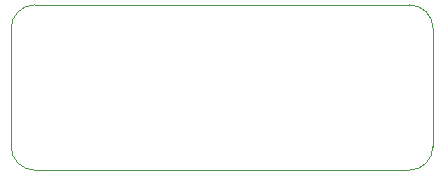
<source format=gbr>
%TF.GenerationSoftware,KiCad,Pcbnew,(6.0.11)*%
%TF.CreationDate,2024-01-05T00:57:41+00:00*%
%TF.ProjectId,Econet_ID_Extender_Internal,45636f6e-6574-45f4-9944-5f457874656e,rev?*%
%TF.SameCoordinates,Original*%
%TF.FileFunction,Profile,NP*%
%FSLAX46Y46*%
G04 Gerber Fmt 4.6, Leading zero omitted, Abs format (unit mm)*
G04 Created by KiCad (PCBNEW (6.0.11)) date 2024-01-05 00:57:41*
%MOMM*%
%LPD*%
G01*
G04 APERTURE LIST*
%TA.AperFunction,Profile*%
%ADD10C,0.100000*%
%TD*%
G04 APERTURE END LIST*
D10*
X166235782Y-99515782D02*
G75*
G03*
X168235782Y-97515782I18J1999982D01*
G01*
X168245782Y-87509996D02*
X168235782Y-97515782D01*
X134529996Y-85509996D02*
X166235782Y-85509996D01*
X132530004Y-97509996D02*
G75*
G03*
X134529996Y-99509996I1999996J-4D01*
G01*
X168245804Y-87509996D02*
G75*
G03*
X166245782Y-85509996I-2000004J-4D01*
G01*
X134529996Y-85509996D02*
G75*
G03*
X132529996Y-87509996I4J-2000004D01*
G01*
X132529996Y-97509996D02*
X132529996Y-87509996D01*
X166235782Y-99515782D02*
X134529996Y-99509996D01*
M02*

</source>
